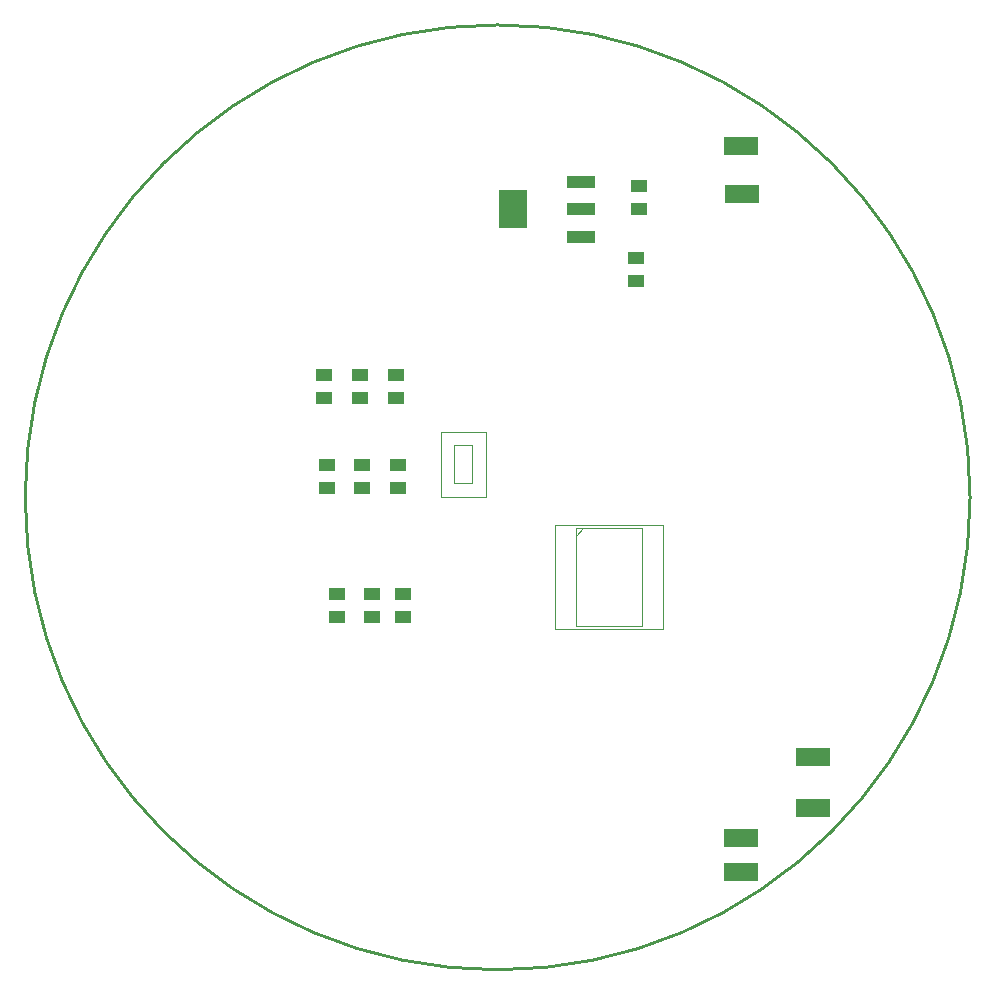
<source format=gbp>
G04*
G04 #@! TF.GenerationSoftware,Altium Limited,Altium Designer,18.1.7 (191)*
G04*
G04 Layer_Color=128*
%FSLAX25Y25*%
%MOIN*%
G70*
G01*
G75*
%ADD10C,0.00394*%
%ADD11C,0.01000*%
%ADD14C,0.00197*%
%ADD15R,0.05512X0.04331*%
%ADD19R,0.11811X0.05906*%
%ADD50R,0.09449X0.12992*%
%ADD51R,0.09449X0.03937*%
D10*
X429047Y324799D02*
X434953D01*
Y312201D02*
Y324799D01*
X429047Y312201D02*
X434953D01*
X429047D02*
Y324799D01*
X469476Y297339D02*
X491524D01*
Y264661D02*
Y297339D01*
X469476Y264661D02*
X491524D01*
X469476D02*
Y297339D01*
Y294779D02*
X472035Y297339D01*
X424520Y329327D02*
X439480D01*
X424520Y307673D02*
Y329327D01*
Y307673D02*
X439480D01*
Y329327D01*
D11*
X600980Y307500D02*
G03*
X600980Y307500I-157480J0D01*
G01*
D14*
X462488Y298323D02*
X498512D01*
Y263677D02*
Y298323D01*
X462488Y263677D02*
X498512D01*
X462488D02*
Y298323D01*
D15*
X490500Y403563D02*
D03*
Y411437D02*
D03*
X489500Y387437D02*
D03*
Y379563D02*
D03*
X410220Y318437D02*
D03*
Y310563D02*
D03*
X412000Y275437D02*
D03*
Y267563D02*
D03*
X401500Y275437D02*
D03*
Y267563D02*
D03*
X390000Y275437D02*
D03*
Y267563D02*
D03*
X398220Y318437D02*
D03*
Y310563D02*
D03*
X386720Y318437D02*
D03*
Y310563D02*
D03*
X409500Y348437D02*
D03*
Y340563D02*
D03*
X397500Y348437D02*
D03*
Y340563D02*
D03*
X385500Y348437D02*
D03*
Y340563D02*
D03*
D19*
X524502Y182501D02*
D03*
Y194000D02*
D03*
X524500Y424500D02*
D03*
X548500Y221000D02*
D03*
X525000Y408500D02*
D03*
X548500Y204000D02*
D03*
D50*
X448583Y403500D02*
D03*
D51*
X471417Y394445D02*
D03*
Y403500D02*
D03*
Y412555D02*
D03*
M02*

</source>
